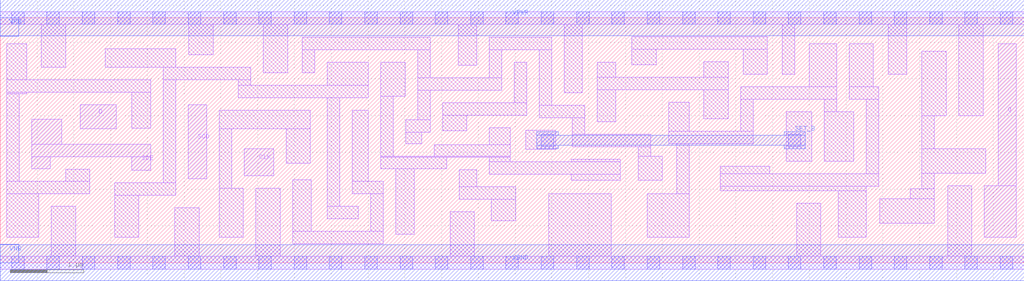
<source format=lef>
# Copyright 2020 The SkyWater PDK Authors
#
# Licensed under the Apache License, Version 2.0 (the "License");
# you may not use this file except in compliance with the License.
# You may obtain a copy of the License at
#
#     https://www.apache.org/licenses/LICENSE-2.0
#
# Unless required by applicable law or agreed to in writing, software
# distributed under the License is distributed on an "AS IS" BASIS,
# WITHOUT WARRANTIES OR CONDITIONS OF ANY KIND, either express or implied.
# See the License for the specific language governing permissions and
# limitations under the License.
#
# SPDX-License-Identifier: Apache-2.0

VERSION 5.5 ;
NAMESCASESENSITIVE ON ;
BUSBITCHARS "[]" ;
DIVIDERCHAR "/" ;
MACRO sky130_fd_sc_hs__sdfstp_1
  CLASS CORE ;
  SOURCE USER ;
  ORIGIN  0.000000  0.000000 ;
  SIZE  13.92000 BY  3.330000 ;
  SYMMETRY X Y ;
  SITE unit ;
  PIN D
    ANTENNAGATEAREA  0.159000 ;
    DIRECTION INPUT ;
    USE SIGNAL ;
    PORT
      LAYER li1 ;
        RECT 1.085000 1.820000 1.580000 2.150000 ;
    END
  END D
  PIN Q
    ANTENNADIFFAREA  0.530100 ;
    DIRECTION OUTPUT ;
    USE SIGNAL ;
    PORT
      LAYER li1 ;
        RECT 13.380000 0.350000 13.815000 1.050000 ;
        RECT 13.565000 1.050000 13.815000 2.980000 ;
    END
  END Q
  PIN SCD
    ANTENNAGATEAREA  0.159000 ;
    DIRECTION INPUT ;
    USE SIGNAL ;
    PORT
      LAYER li1 ;
        RECT 2.555000 1.140000 2.805000 2.150000 ;
    END
  END SCD
  PIN SCE
    ANTENNAGATEAREA  0.318000 ;
    DIRECTION INPUT ;
    USE SIGNAL ;
    PORT
      LAYER li1 ;
        RECT 0.425000 1.280000 0.680000 1.440000 ;
        RECT 0.425000 1.440000 2.045000 1.610000 ;
        RECT 0.425000 1.610000 0.835000 1.950000 ;
        RECT 1.790000 1.260000 2.045000 1.440000 ;
    END
  END SCE
  PIN SET_B
    ANTENNAPARTIALMETALSIDEAREA  2.541000 ;
    DIRECTION INPUT ;
    USE SIGNAL ;
    PORT
      LAYER met1 ;
        RECT  7.295000 1.550000  7.585000 1.595000 ;
        RECT  7.295000 1.595000 10.945000 1.735000 ;
        RECT  7.295000 1.735000  7.585000 1.780000 ;
        RECT 10.655000 1.550000 10.945000 1.595000 ;
        RECT 10.655000 1.735000 10.945000 1.780000 ;
    END
  END SET_B
  PIN CLK
    ANTENNAGATEAREA  0.279000 ;
    DIRECTION INPUT ;
    USE CLOCK ;
    PORT
      LAYER li1 ;
        RECT 3.315000 1.180000 3.715000 1.550000 ;
    END
  END CLK
  PIN VGND
    DIRECTION INOUT ;
    USE GROUND ;
    PORT
      LAYER met1 ;
        RECT 0.000000 -0.245000 13.920000 0.245000 ;
    END
  END VGND
  PIN VNB
    DIRECTION INOUT ;
    USE GROUND ;
    PORT
      LAYER met1 ;
        RECT 0.000000 0.000000 0.250000 0.250000 ;
    END
  END VNB
  PIN VPB
    DIRECTION INOUT ;
    USE POWER ;
    PORT
      LAYER met1 ;
        RECT 0.000000 3.080000 0.250000 3.330000 ;
    END
  END VPB
  PIN VPWR
    DIRECTION INOUT ;
    USE POWER ;
    PORT
      LAYER met1 ;
        RECT 0.000000 3.085000 13.920000 3.575000 ;
    END
  END VPWR
  OBS
    LAYER li1 ;
      RECT  0.000000 -0.085000 13.920000 0.085000 ;
      RECT  0.000000  3.245000 13.920000 3.415000 ;
      RECT  0.085000  0.350000  0.525000 0.940000 ;
      RECT  0.085000  0.940000  1.220000 1.110000 ;
      RECT  0.085000  1.110000  0.255000 2.300000 ;
      RECT  0.085000  2.300000  0.360000 2.320000 ;
      RECT  0.085000  2.320000  2.045000 2.490000 ;
      RECT  0.085000  2.490000  0.360000 2.980000 ;
      RECT  0.560000  2.660000  0.890000 3.245000 ;
      RECT  0.695000  0.085000  1.025000 0.770000 ;
      RECT  0.890000  1.110000  1.220000 1.270000 ;
      RECT  1.430000  2.660000  2.385000 2.910000 ;
      RECT  1.555000  0.350000  1.885000 0.920000 ;
      RECT  1.555000  0.920000  2.385000 1.090000 ;
      RECT  1.790000  1.830000  2.045000 2.320000 ;
      RECT  2.215000  1.090000  2.385000 2.490000 ;
      RECT  2.215000  2.490000  3.405000 2.660000 ;
      RECT  2.375000  0.085000  2.705000 0.750000 ;
      RECT  2.565000  2.830000  2.895000 3.245000 ;
      RECT  2.975000  0.350000  3.305000 1.010000 ;
      RECT  2.975000  1.010000  3.145000 1.820000 ;
      RECT  2.975000  1.820000  4.215000 2.070000 ;
      RECT  3.235000  2.240000  5.005000 2.410000 ;
      RECT  3.235000  2.410000  3.405000 2.490000 ;
      RECT  3.475000  0.085000  3.805000 1.010000 ;
      RECT  3.575000  2.580000  3.905000 3.245000 ;
      RECT  3.885000  1.350000  4.215000 1.820000 ;
      RECT  3.975000  0.255000  5.205000 0.425000 ;
      RECT  3.975000  0.425000  4.225000 1.130000 ;
      RECT  4.105000  2.580000  4.275000 2.895000 ;
      RECT  4.105000  2.895000  5.845000 3.065000 ;
      RECT  4.445000  0.595000  4.865000 0.765000 ;
      RECT  4.445000  0.765000  4.615000 2.240000 ;
      RECT  4.445000  2.410000  5.005000 2.725000 ;
      RECT  4.785000  0.935000  5.205000 1.105000 ;
      RECT  4.785000  1.105000  5.005000 2.070000 ;
      RECT  5.035000  0.425000  5.205000 0.935000 ;
      RECT  5.175000  1.275000  6.070000 1.435000 ;
      RECT  5.175000  1.435000  6.935000 1.445000 ;
      RECT  5.175000  1.445000  5.345000 2.265000 ;
      RECT  5.175000  2.265000  5.505000 2.725000 ;
      RECT  5.375000  0.385000  5.625000 1.275000 ;
      RECT  5.515000  1.615000  5.730000 1.775000 ;
      RECT  5.515000  1.775000  5.845000 1.945000 ;
      RECT  5.675000  1.945000  5.845000 2.345000 ;
      RECT  5.675000  2.345000  6.815000 2.515000 ;
      RECT  5.675000  2.515000  5.845000 2.895000 ;
      RECT  5.900000  1.445000  6.935000 1.605000 ;
      RECT  6.015000  1.795000  6.345000 2.005000 ;
      RECT  6.015000  2.005000  7.155000 2.175000 ;
      RECT  6.115000  0.085000  6.445000 0.690000 ;
      RECT  6.225000  2.685000  6.475000 3.245000 ;
      RECT  6.240000  0.860000  7.005000 1.030000 ;
      RECT  6.240000  1.030000  6.480000 1.265000 ;
      RECT  6.645000  2.515000  6.815000 2.895000 ;
      RECT  6.645000  2.895000  7.495000 3.065000 ;
      RECT  6.650000  1.200000  8.430000 1.370000 ;
      RECT  6.650000  1.370000  6.935000 1.435000 ;
      RECT  6.650000  1.605000  6.935000 1.835000 ;
      RECT  6.675000  0.570000  7.005000 0.860000 ;
      RECT  6.985000  2.175000  7.155000 2.725000 ;
      RECT  7.145000  1.540000  7.555000 1.800000 ;
      RECT  7.325000  1.970000  7.945000 2.140000 ;
      RECT  7.325000  2.140000  7.495000 2.895000 ;
      RECT  7.455000  0.085000  8.305000 0.940000 ;
      RECT  7.665000  2.310000  7.915000 3.245000 ;
      RECT  7.760000  1.120000  8.430000 1.200000 ;
      RECT  7.760000  1.370000  8.430000 1.410000 ;
      RECT  7.775000  1.580000  8.840000 1.750000 ;
      RECT  7.775000  1.750000  7.945000 1.970000 ;
      RECT  8.115000  1.920000  8.365000 2.350000 ;
      RECT  8.115000  2.350000  9.895000 2.520000 ;
      RECT  8.115000  2.520000  8.365000 2.725000 ;
      RECT  8.585000  2.690000  8.915000 2.905000 ;
      RECT  8.585000  2.905000 10.430000 3.075000 ;
      RECT  8.670000  1.120000  9.000000 1.450000 ;
      RECT  8.670000  1.450000  8.840000 1.580000 ;
      RECT  8.795000  0.350000  9.365000 0.940000 ;
      RECT  9.090000  1.620000 10.235000 1.790000 ;
      RECT  9.090000  1.790000  9.365000 2.180000 ;
      RECT  9.195000  0.940000  9.365000 1.620000 ;
      RECT  9.565000  1.960000  9.895000 2.350000 ;
      RECT  9.565000  2.520000  9.895000 2.735000 ;
      RECT  9.790000  0.980000 11.770000 1.040000 ;
      RECT  9.790000  1.040000 11.940000 1.210000 ;
      RECT  9.790000  1.210000 10.460000 1.310000 ;
      RECT 10.065000  1.790000 10.235000 2.220000 ;
      RECT 10.065000  2.220000 11.370000 2.390000 ;
      RECT 10.100000  2.560000 10.430000 2.905000 ;
      RECT 10.630000  2.560000 10.800000 3.245000 ;
      RECT 10.685000  1.380000 11.030000 2.050000 ;
      RECT 10.825000  0.085000 11.155000 0.810000 ;
      RECT 11.000000  2.390000 11.370000 2.980000 ;
      RECT 11.200000  1.380000 11.600000 2.050000 ;
      RECT 11.200000  2.050000 11.370000 2.220000 ;
      RECT 11.395000  0.350000 11.770000 0.980000 ;
      RECT 11.540000  2.220000 11.940000 2.390000 ;
      RECT 11.540000  2.390000 11.870000 2.980000 ;
      RECT 11.770000  1.210000 11.940000 2.220000 ;
      RECT 11.955000  0.540000 12.700000 0.870000 ;
      RECT 12.070000  2.560000 12.320000 3.245000 ;
      RECT 12.370000  0.870000 12.700000 1.005000 ;
      RECT 12.530000  1.005000 12.700000 1.220000 ;
      RECT 12.530000  1.220000 13.395000 1.550000 ;
      RECT 12.530000  1.550000 12.700000 1.995000 ;
      RECT 12.530000  1.995000 12.860000 2.875000 ;
      RECT 12.880000  0.085000 13.210000 1.050000 ;
      RECT 13.030000  1.995000 13.360000 3.245000 ;
    LAYER mcon ;
      RECT  0.155000 -0.085000  0.325000 0.085000 ;
      RECT  0.155000  3.245000  0.325000 3.415000 ;
      RECT  0.635000 -0.085000  0.805000 0.085000 ;
      RECT  0.635000  3.245000  0.805000 3.415000 ;
      RECT  1.115000 -0.085000  1.285000 0.085000 ;
      RECT  1.115000  3.245000  1.285000 3.415000 ;
      RECT  1.595000 -0.085000  1.765000 0.085000 ;
      RECT  1.595000  3.245000  1.765000 3.415000 ;
      RECT  2.075000 -0.085000  2.245000 0.085000 ;
      RECT  2.075000  3.245000  2.245000 3.415000 ;
      RECT  2.555000 -0.085000  2.725000 0.085000 ;
      RECT  2.555000  3.245000  2.725000 3.415000 ;
      RECT  3.035000 -0.085000  3.205000 0.085000 ;
      RECT  3.035000  3.245000  3.205000 3.415000 ;
      RECT  3.515000 -0.085000  3.685000 0.085000 ;
      RECT  3.515000  3.245000  3.685000 3.415000 ;
      RECT  3.995000 -0.085000  4.165000 0.085000 ;
      RECT  3.995000  3.245000  4.165000 3.415000 ;
      RECT  4.475000 -0.085000  4.645000 0.085000 ;
      RECT  4.475000  3.245000  4.645000 3.415000 ;
      RECT  4.955000 -0.085000  5.125000 0.085000 ;
      RECT  4.955000  3.245000  5.125000 3.415000 ;
      RECT  5.435000 -0.085000  5.605000 0.085000 ;
      RECT  5.435000  3.245000  5.605000 3.415000 ;
      RECT  5.915000 -0.085000  6.085000 0.085000 ;
      RECT  5.915000  3.245000  6.085000 3.415000 ;
      RECT  6.395000 -0.085000  6.565000 0.085000 ;
      RECT  6.395000  3.245000  6.565000 3.415000 ;
      RECT  6.875000 -0.085000  7.045000 0.085000 ;
      RECT  6.875000  3.245000  7.045000 3.415000 ;
      RECT  7.355000 -0.085000  7.525000 0.085000 ;
      RECT  7.355000  1.580000  7.525000 1.750000 ;
      RECT  7.355000  3.245000  7.525000 3.415000 ;
      RECT  7.835000 -0.085000  8.005000 0.085000 ;
      RECT  7.835000  3.245000  8.005000 3.415000 ;
      RECT  8.315000 -0.085000  8.485000 0.085000 ;
      RECT  8.315000  3.245000  8.485000 3.415000 ;
      RECT  8.795000 -0.085000  8.965000 0.085000 ;
      RECT  8.795000  3.245000  8.965000 3.415000 ;
      RECT  9.275000 -0.085000  9.445000 0.085000 ;
      RECT  9.275000  3.245000  9.445000 3.415000 ;
      RECT  9.755000 -0.085000  9.925000 0.085000 ;
      RECT  9.755000  3.245000  9.925000 3.415000 ;
      RECT 10.235000 -0.085000 10.405000 0.085000 ;
      RECT 10.235000  3.245000 10.405000 3.415000 ;
      RECT 10.715000 -0.085000 10.885000 0.085000 ;
      RECT 10.715000  1.580000 10.885000 1.750000 ;
      RECT 10.715000  3.245000 10.885000 3.415000 ;
      RECT 11.195000 -0.085000 11.365000 0.085000 ;
      RECT 11.195000  3.245000 11.365000 3.415000 ;
      RECT 11.675000 -0.085000 11.845000 0.085000 ;
      RECT 11.675000  3.245000 11.845000 3.415000 ;
      RECT 12.155000 -0.085000 12.325000 0.085000 ;
      RECT 12.155000  3.245000 12.325000 3.415000 ;
      RECT 12.635000 -0.085000 12.805000 0.085000 ;
      RECT 12.635000  3.245000 12.805000 3.415000 ;
      RECT 13.115000 -0.085000 13.285000 0.085000 ;
      RECT 13.115000  3.245000 13.285000 3.415000 ;
      RECT 13.595000 -0.085000 13.765000 0.085000 ;
      RECT 13.595000  3.245000 13.765000 3.415000 ;
  END
END sky130_fd_sc_hs__sdfstp_1
END LIBRARY

</source>
